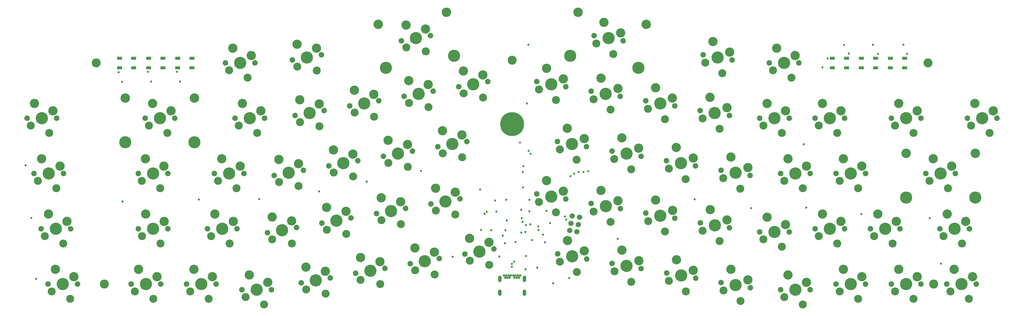
<source format=gbr>
G04 EAGLE Gerber RS-274X export*
G75*
%MOMM*%
%FSLAX34Y34*%
%LPD*%
%INSoldermask Bottom*%
%IPPOS*%
%AMOC8*
5,1,8,0,0,1.08239X$1,22.5*%
G01*
%ADD10C,1.905200*%
%ADD11C,3.103200*%
%ADD12C,3.251200*%
%ADD13C,4.203200*%
%ADD14C,4.191200*%
%ADD15C,8.203200*%
%ADD16C,2.743200*%
%ADD17C,3.200400*%
%ADD18C,0.853200*%
%ADD19C,1.203200*%
%ADD20R,1.703200X1.103200*%
%ADD21C,1.828800*%
%ADD22C,0.756400*%


D10*
X3071370Y381000D03*
D11*
X1545960Y771460D03*
D10*
X2952310Y571500D03*
D12*
X2007280Y895500D03*
D10*
X2850710Y571500D03*
D13*
X2901510Y571500D03*
D10*
X1383380Y103300D03*
X3041210Y0D03*
X1630630Y697550D03*
D13*
X1224740Y655650D03*
X2449070Y571500D03*
D10*
X560060Y762000D03*
D13*
X849530Y589490D03*
D10*
X1730890Y292990D03*
X599490Y190500D03*
X1630830Y310640D03*
D13*
X1868270Y655650D03*
D11*
X2977400Y762000D03*
D10*
X3118990Y190500D03*
X1015480Y425310D03*
X2365010Y374620D03*
X2532950Y762000D03*
X1918490Y259910D03*
X1165080Y838570D03*
D13*
X1215110Y847390D03*
D12*
X1320240Y936850D03*
X453440Y641350D03*
D10*
X1362320Y679910D03*
D13*
X1939770Y449600D03*
D10*
X2469710Y381000D03*
X1818440Y277560D03*
D14*
X3139630Y298450D03*
D13*
X2520510Y381000D03*
X754280Y185820D03*
D10*
X1462380Y697550D03*
D13*
X2253110Y781230D03*
D14*
X1346700Y786770D03*
D10*
X2293510Y580670D03*
X1927920Y838570D03*
D13*
X1940220Y62640D03*
D10*
X2660210Y381000D03*
X2006040Y244480D03*
X3142810Y0D03*
X1818240Y664470D03*
X915420Y407670D03*
X50800Y0D03*
D13*
X1868470Y268730D03*
D10*
X1730690Y679910D03*
X2431350Y762000D03*
X1918290Y646830D03*
X2690370Y571500D03*
X2880870Y190500D03*
X2293710Y193750D03*
X1179520Y260800D03*
X2264950Y392260D03*
X2177400Y407700D03*
X1079470Y243150D03*
D13*
X1412350Y688730D03*
X965450Y416490D03*
X870590Y12880D03*
X548690Y190500D03*
D10*
X1008170Y37140D03*
X259760Y190500D03*
D13*
X667750Y-19400D03*
X2243680Y202570D03*
D12*
X1085730Y895500D03*
D10*
X991920Y227720D03*
X727820Y374590D03*
D12*
X2901510Y450850D03*
D10*
X1265140Y856210D03*
D14*
X2901510Y298450D03*
D10*
X827870Y392230D03*
X1483440Y120950D03*
X2761810Y0D03*
X426450Y0D03*
D14*
X1746310Y786770D03*
D13*
X1317100Y285060D03*
D10*
X-20640Y571500D03*
D13*
X3092010Y0D03*
X1752160Y482680D03*
D14*
X1980810Y745420D03*
D13*
X-23810Y190500D03*
D10*
X1295830Y87870D03*
D13*
X3068190Y190500D03*
X3020570Y381000D03*
X610860Y762000D03*
X310560Y190500D03*
D10*
X521700Y381000D03*
X2398270Y571500D03*
D13*
X1037140Y622570D03*
X572500Y381000D03*
X2127820Y29560D03*
D10*
X283570Y571500D03*
X259760Y381000D03*
D14*
X1112190Y745420D03*
D13*
X2482150Y762000D03*
D10*
X820570Y4060D03*
D14*
X215310Y488950D03*
D10*
X1802640Y86900D03*
X1108230Y54790D03*
X2077790Y38380D03*
D13*
X3163440Y571500D03*
D10*
X2660210Y0D03*
X2499870Y179900D03*
D13*
X-71440Y571500D03*
X2315430Y-3520D03*
D10*
X1802190Y473860D03*
D13*
X-47630Y381000D03*
D12*
X1772770Y936850D03*
D13*
X2314980Y383440D03*
D10*
X704260Y176990D03*
D13*
X941890Y218900D03*
X2055870Y622570D03*
D10*
X2177850Y20740D03*
X1702140Y491500D03*
X1103030Y440750D03*
X3017390Y190500D03*
D13*
X1680660Y688730D03*
D10*
X1203090Y458390D03*
X2265400Y5300D03*
X2005840Y631390D03*
X3214240Y571500D03*
X-98430Y381000D03*
X3170Y381000D03*
X2193450Y598310D03*
X-122240Y571500D03*
D13*
X477250Y0D03*
X2056070Y235650D03*
D10*
X2398270Y179900D03*
D13*
X2243480Y589490D03*
X2449070Y179900D03*
D10*
X497890Y190500D03*
X361360Y381000D03*
D12*
X215310Y641350D03*
D10*
X891860Y210070D03*
D13*
X777840Y383410D03*
D10*
X1274770Y664470D03*
X799500Y580670D03*
X987110Y613750D03*
D13*
X1153060Y449570D03*
D10*
X528050Y0D03*
D13*
X2520510Y-19400D03*
D10*
X361360Y190500D03*
D13*
X310560Y381000D03*
D10*
X1889740Y458420D03*
D12*
X3139630Y450850D03*
D10*
X623300Y381000D03*
D13*
X2639570Y571500D03*
X2830070Y190500D03*
D11*
X115610Y762000D03*
D10*
X2588770Y190500D03*
D13*
X1752610Y95720D03*
D10*
X2952310Y0D03*
X2105900Y613750D03*
X2203080Y790050D03*
X2193650Y211400D03*
D13*
X2711010Y0D03*
X2901510Y0D03*
D10*
X2106100Y226830D03*
X1195780Y70220D03*
D13*
X2639570Y190500D03*
D10*
X2077350Y425340D03*
X2690370Y190500D03*
D13*
X2127380Y416520D03*
D10*
X920620Y21710D03*
X1827870Y856210D03*
D14*
X453440Y488950D03*
D10*
X1087160Y631390D03*
X1989800Y440780D03*
D13*
X839900Y781230D03*
D10*
X26990Y190500D03*
X1702580Y104540D03*
X899560Y598310D03*
X1174710Y646830D03*
X2571310Y381000D03*
X1890190Y71460D03*
D13*
X334370Y571500D03*
X1680860Y301810D03*
D10*
X789870Y772410D03*
D13*
X2711010Y381000D03*
X0Y0D03*
X643940Y571500D03*
D10*
X-74610Y190500D03*
D13*
X1058200Y45960D03*
D15*
X1545960Y551460D03*
D10*
X593140Y571500D03*
D13*
X1129500Y251980D03*
D10*
X-50800Y0D03*
X1390690Y491470D03*
D13*
X1245810Y79040D03*
D10*
X804310Y194640D03*
X385170Y571500D03*
X235950Y0D03*
D13*
X1877900Y847390D03*
D10*
X1367130Y293880D03*
X3112640Y571500D03*
X2588770Y571500D03*
X1267070Y276230D03*
X2571310Y-19400D03*
X337550Y0D03*
D11*
X143380Y0D03*
D10*
X2499870Y571500D03*
D13*
X1340660Y482650D03*
D10*
X889930Y790050D03*
X2469710Y-19400D03*
X2761810Y381000D03*
X718550Y-19400D03*
X2779270Y190500D03*
D11*
X2996760Y0D03*
D10*
X2303130Y772410D03*
D13*
X286750Y0D03*
D10*
X694740Y571500D03*
X616950Y-19400D03*
D13*
X1433410Y112120D03*
D10*
X2969770Y381000D03*
X2365460Y-12340D03*
X1990250Y53820D03*
X1290630Y473830D03*
X661660Y762000D03*
X2850710Y0D03*
D16*
X-85690Y355520D03*
X-22190Y330120D03*
D17*
X-9490Y406320D03*
X-72990Y431720D03*
D16*
X272440Y355600D03*
X335940Y330200D03*
D17*
X348640Y406400D03*
X285140Y431800D03*
D16*
X534420Y355570D03*
X597920Y330170D03*
D17*
X610620Y406370D03*
X547120Y431770D03*
D16*
X744710Y351780D03*
X811655Y337792D03*
D17*
X810931Y415040D03*
X743985Y429028D03*
D16*
X1004050Y590900D03*
X1070995Y576912D03*
D17*
X1070271Y654160D03*
X1003325Y668148D03*
D16*
X1191650Y624020D03*
X1258595Y610032D03*
D17*
X1257871Y687280D03*
X1190925Y701268D03*
D16*
X1307550Y450970D03*
X1374495Y436982D03*
D17*
X1373771Y514230D03*
X1306825Y528218D03*
D16*
X1710188Y464252D03*
X1768313Y428211D03*
D17*
X1794052Y501048D03*
X1735927Y537089D03*
D16*
X1897838Y431212D03*
X1955963Y395171D03*
D17*
X1981702Y468008D03*
X1923577Y504049D03*
D16*
X2085448Y398082D03*
X2143573Y362041D03*
D17*
X2169312Y434878D03*
X2111187Y470919D03*
D16*
X2273078Y365012D03*
X2331203Y328971D03*
D17*
X2356942Y401808D03*
X2298817Y437849D03*
D16*
X2482420Y355600D03*
X2545920Y330200D03*
D17*
X2558620Y406400D03*
X2495120Y431800D03*
D16*
X2672940Y355630D03*
X2736440Y330230D03*
D17*
X2749140Y406430D03*
X2685640Y431830D03*
D16*
X2982440Y355570D03*
X3045940Y330170D03*
D17*
X3058640Y406370D03*
X2995140Y431770D03*
D16*
X3030090Y165070D03*
X3093590Y139670D03*
D17*
X3106290Y215870D03*
X3042790Y241270D03*
D16*
X-109520Y546070D03*
X-46020Y520670D03*
D17*
X-33320Y596870D03*
X-96820Y622270D03*
D16*
X296320Y546070D03*
X359820Y520670D03*
D17*
X372520Y596870D03*
X309020Y622270D03*
D16*
X605840Y546050D03*
X669340Y520650D03*
D17*
X682040Y596850D03*
X618540Y622250D03*
D16*
X816440Y557800D03*
X883385Y543812D03*
D17*
X882661Y621060D03*
X815715Y635048D03*
D16*
X2211178Y762802D03*
X2269303Y726761D03*
D17*
X2295042Y799598D03*
X2236917Y835639D03*
D16*
X2444040Y736600D03*
X2507540Y711200D03*
D17*
X2520240Y787400D03*
X2456740Y812800D03*
D16*
X1379230Y657070D03*
X1446175Y643082D03*
D17*
X1445451Y720330D03*
X1378505Y734318D03*
D16*
X1638758Y670352D03*
X1696883Y634311D03*
D17*
X1722622Y707148D03*
X1664497Y743189D03*
D16*
X1826418Y637252D03*
X1884543Y601211D03*
D17*
X1910282Y674048D03*
X1852157Y710089D03*
D16*
X2013948Y604132D03*
X2072073Y568091D03*
D17*
X2097812Y640928D03*
X2039687Y676969D03*
D16*
X2201578Y571082D03*
X2259703Y535041D03*
D17*
X2285442Y607878D03*
X2227317Y643919D03*
D16*
X2410970Y546100D03*
X2474470Y520700D03*
D17*
X2487170Y596900D03*
X2423670Y622300D03*
D16*
X2601490Y546050D03*
X2664990Y520650D03*
D17*
X2677690Y596850D03*
X2614190Y622250D03*
D16*
X2863420Y546100D03*
X2926920Y520700D03*
D17*
X2939620Y596900D03*
X2876120Y622300D03*
D16*
X3125340Y546070D03*
X3188840Y520670D03*
D17*
X3201540Y596870D03*
X3138040Y622270D03*
D16*
X572800Y736570D03*
X636300Y711170D03*
D17*
X649000Y787370D03*
X585500Y812770D03*
D16*
X806840Y749600D03*
X873785Y735612D03*
D17*
X873061Y812860D03*
X806115Y826848D03*
D16*
X1182000Y815740D03*
X1248945Y801752D03*
D17*
X1248221Y879000D03*
X1181275Y892988D03*
D16*
X1835988Y828972D03*
X1894113Y792931D03*
D17*
X1919852Y865768D03*
X1861727Y901809D03*
D16*
X932340Y384880D03*
X999285Y370892D03*
D17*
X998561Y448140D03*
X931615Y462128D03*
D16*
X1119970Y417920D03*
X1186915Y403932D03*
D17*
X1186191Y481180D03*
X1119245Y495168D03*
D16*
X1284080Y253430D03*
X1351025Y239442D03*
D17*
X1350301Y316690D03*
X1283355Y330678D03*
D16*
X1638888Y283382D03*
X1697013Y247341D03*
D17*
X1722752Y320178D03*
X1664627Y356219D03*
D16*
X1826538Y250312D03*
X1884663Y214271D03*
D17*
X1910402Y287108D03*
X1852277Y323149D03*
D16*
X2014168Y217292D03*
X2072293Y181251D03*
D17*
X2098032Y254088D03*
X2039907Y290129D03*
D16*
X2201728Y184222D03*
X2259853Y148181D03*
D17*
X2285592Y221018D03*
X2227467Y257059D03*
D16*
X2410970Y154460D03*
X2474470Y129060D03*
D17*
X2487170Y205260D03*
X2423670Y230660D03*
D16*
X2601490Y165050D03*
X2664990Y139650D03*
D17*
X2677690Y215850D03*
X2614190Y241250D03*
D16*
X2791970Y165070D03*
X2855470Y139670D03*
D17*
X2868170Y215870D03*
X2804670Y241270D03*
D16*
X-61870Y165130D03*
X1630Y139730D03*
D17*
X14330Y215930D03*
X-49170Y241330D03*
D16*
X272490Y165100D03*
X335990Y139700D03*
D17*
X348690Y215900D03*
X285190Y241300D03*
D16*
X510590Y165070D03*
X574090Y139670D03*
D17*
X586790Y215870D03*
X523290Y241270D03*
D16*
X721170Y154200D03*
X788115Y140212D03*
D17*
X787391Y217460D03*
X720445Y231448D03*
D16*
X908750Y187240D03*
X975695Y173252D03*
D17*
X974971Y250500D03*
X908025Y264488D03*
D16*
X1096400Y220340D03*
X1163345Y206352D03*
D17*
X1162621Y283600D03*
X1095675Y297588D03*
D16*
X1212680Y47390D03*
X1279625Y33402D03*
D17*
X1278901Y110650D03*
X1211955Y124638D03*
D16*
X1400310Y80460D03*
X1467255Y66472D03*
D17*
X1466531Y143720D03*
X1399585Y157708D03*
D16*
X1710698Y77312D03*
X1768823Y41271D03*
D17*
X1794562Y114108D03*
X1736437Y150149D03*
D16*
X1898298Y44212D03*
X1956423Y8171D03*
D17*
X1982162Y81008D03*
X1924037Y117049D03*
D16*
X2085878Y11172D03*
X2144003Y-24869D03*
D17*
X2169742Y47968D03*
X2111617Y84009D03*
D16*
X2273558Y-21928D03*
X2331683Y-57969D03*
D17*
X2357422Y14868D03*
X2299297Y50909D03*
D16*
X2482420Y-44780D03*
X2545920Y-70180D03*
D17*
X2558620Y6020D03*
X2495120Y31420D03*
D16*
X2672940Y-25370D03*
X2736440Y-50770D03*
D17*
X2749140Y25430D03*
X2685640Y50830D03*
D16*
X2863420Y-25430D03*
X2926920Y-50830D03*
D17*
X2939620Y25370D03*
X2876120Y50770D03*
D16*
X-38070Y-25430D03*
X25430Y-50830D03*
D17*
X38130Y25370D03*
X-25370Y50770D03*
D16*
X248670Y-25430D03*
X312170Y-50830D03*
D17*
X324870Y25370D03*
X261370Y50770D03*
D16*
X439220Y-25400D03*
X502720Y-50800D03*
D17*
X515420Y25400D03*
X451920Y50800D03*
D16*
X629640Y-44830D03*
X693140Y-70230D03*
D17*
X705840Y5970D03*
X642340Y31370D03*
D16*
X837500Y-18780D03*
X904445Y-32768D03*
D17*
X903721Y44480D03*
X836775Y58468D03*
D16*
X1025100Y14340D03*
X1092045Y352D03*
D17*
X1091321Y77600D03*
X1024375Y91588D03*
D16*
X3053944Y-25476D03*
X3117444Y-50876D03*
D17*
X3130144Y25324D03*
X3066644Y50724D03*
D18*
X1574200Y29490D03*
X1570200Y22490D03*
X1562200Y22490D03*
X1566200Y29490D03*
X1558200Y29490D03*
X1554200Y22490D03*
X1550200Y29490D03*
X1542200Y29490D03*
X1538200Y22490D03*
X1534200Y29490D03*
X1530200Y22490D03*
X1522200Y22490D03*
X1526200Y29490D03*
X1518200Y29490D03*
D19*
X1503500Y22990D02*
X1503500Y12990D01*
X1588900Y12990D02*
X1588900Y22990D01*
X1588900Y-24310D02*
X1588900Y-34310D01*
X1503500Y-34310D02*
X1503500Y-24310D01*
D20*
X2697000Y778500D03*
X2697000Y745500D03*
X2648000Y778500D03*
X2648000Y745500D03*
X2797000Y778500D03*
X2797000Y745500D03*
X2748000Y778500D03*
X2748000Y745500D03*
X2897000Y778500D03*
X2897000Y745500D03*
X2848000Y778500D03*
X2848000Y745500D03*
X395500Y745500D03*
X395500Y778500D03*
X444500Y745500D03*
X444500Y778500D03*
X295500Y745500D03*
X295500Y778500D03*
X344500Y745500D03*
X344500Y778500D03*
X195500Y745500D03*
X195500Y778500D03*
X244500Y745500D03*
X244500Y778500D03*
D21*
X1773617Y205265D03*
X1748603Y209675D03*
X1744192Y184661D03*
X1769206Y180251D03*
X1778028Y230279D03*
X1753014Y234689D03*
D22*
X1687271Y2718D03*
X1632915Y56744D03*
X1614449Y151499D03*
X2804998Y793346D03*
X2704109Y794337D03*
X2905379Y793575D03*
X192024Y730098D03*
X292786Y731495D03*
X393090Y731799D03*
X1636395Y198095D03*
X1677035Y210210D03*
X1591890Y51054D03*
X1521612Y140818D03*
X1545285Y59080D03*
X1553032Y77445D03*
X1545692Y70030D03*
X1593825Y96545D03*
X1502283Y95123D03*
X1651787Y170713D03*
X1487424Y288188D03*
X1583817Y332613D03*
X1608912Y205715D03*
X1557884Y144983D03*
X1492021Y250190D03*
X1525880Y290601D03*
X2688514Y824179D03*
X2787625Y824992D03*
X2892146Y824916D03*
X204267Y696849D03*
X304571Y697459D03*
X404393Y697687D03*
X1439316Y186233D03*
X1523111Y185674D03*
X1664995Y252908D03*
X1909750Y156235D03*
X1605305Y290220D03*
X1474292Y185674D03*
X1636827Y186055D03*
X1727079Y232912D03*
X1602171Y824900D03*
X1609423Y448640D03*
X1597386Y622529D03*
X1602568Y458748D03*
X1585595Y406984D03*
X1435938Y326387D03*
X1742796Y21361D03*
X1341145Y94031D03*
X-108229Y227838D03*
X-127203Y409346D03*
X-91237Y18237D03*
X1577594Y177038D03*
X1451094Y241950D03*
X206375Y284709D03*
X1592047Y179603D03*
X1459078Y249022D03*
X1732331Y222174D03*
X468503Y291338D03*
X675996Y293116D03*
X882523Y318973D03*
X1045642Y353060D03*
X1233018Y390423D03*
X1582649Y386651D03*
X1527708Y219354D03*
X1659153Y143993D03*
X2174820Y292282D03*
X1747266Y372135D03*
X1577518Y256362D03*
X2368169Y261391D03*
X1759915Y380213D03*
X1605661Y250520D03*
X2557653Y263119D03*
X1774622Y386029D03*
X1579369Y227358D03*
X2747696Y241376D03*
X1792104Y386252D03*
X1581658Y214401D03*
X2982747Y227406D03*
X1808277Y389001D03*
X1593825Y203479D03*
X3022261Y70866D03*
X1513662Y167183D03*
X1573733Y487705D03*
X2549347Y482346D03*
X2613635Y746531D03*
X2631262Y777418D03*
M02*

</source>
